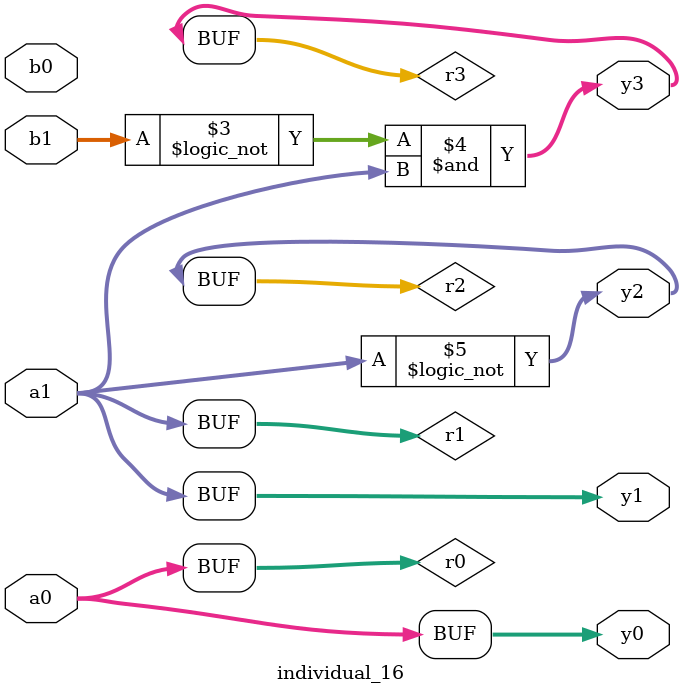
<source format=sv>
module individual_16(input logic [15:0] a1, input logic [15:0] a0, input logic [15:0] b1, input logic [15:0] b0, output logic [15:0] y3, output logic [15:0] y2, output logic [15:0] y1, output logic [15:0] y0);
logic [15:0] r0, r1, r2, r3; 
 always@(*) begin 
	 r0 = a0; r1 = a1; r2 = b0; r3 = b1; 
 	 r3  &=  b1 ;
 	 r3 = ! b1 ;
 	 r3  &=  r1 ;
 	 r2 = ! a1 ;
 	 y3 = r3; y2 = r2; y1 = r1; y0 = r0; 
end
endmodule
</source>
